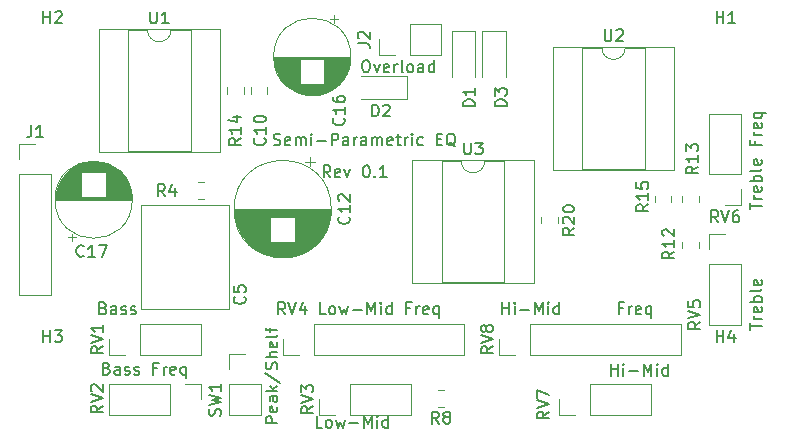
<source format=gbr>
G04 #@! TF.GenerationSoftware,KiCad,Pcbnew,(5.1.5)-3*
G04 #@! TF.CreationDate,2020-02-22T22:04:57-05:00*
G04 #@! TF.ProjectId,Semiparametric-EQ,53656d69-7061-4726-916d-65747269632d,rev?*
G04 #@! TF.SameCoordinates,Original*
G04 #@! TF.FileFunction,Legend,Top*
G04 #@! TF.FilePolarity,Positive*
%FSLAX46Y46*%
G04 Gerber Fmt 4.6, Leading zero omitted, Abs format (unit mm)*
G04 Created by KiCad (PCBNEW (5.1.5)-3) date 2020-02-22 22:04:57*
%MOMM*%
%LPD*%
G04 APERTURE LIST*
%ADD10C,0.150000*%
%ADD11C,0.120000*%
G04 APERTURE END LIST*
D10*
X27528571Y21347619D02*
X27195238Y21823809D01*
X26957142Y21347619D02*
X26957142Y22347619D01*
X27338095Y22347619D01*
X27433333Y22300000D01*
X27480952Y22252380D01*
X27528571Y22157142D01*
X27528571Y22014285D01*
X27480952Y21919047D01*
X27433333Y21871428D01*
X27338095Y21823809D01*
X26957142Y21823809D01*
X28338095Y21395238D02*
X28242857Y21347619D01*
X28052380Y21347619D01*
X27957142Y21395238D01*
X27909523Y21490476D01*
X27909523Y21871428D01*
X27957142Y21966666D01*
X28052380Y22014285D01*
X28242857Y22014285D01*
X28338095Y21966666D01*
X28385714Y21871428D01*
X28385714Y21776190D01*
X27909523Y21680952D01*
X28719047Y22014285D02*
X28957142Y21347619D01*
X29195238Y22014285D01*
X30528571Y22347619D02*
X30623809Y22347619D01*
X30719047Y22300000D01*
X30766666Y22252380D01*
X30814285Y22157142D01*
X30861904Y21966666D01*
X30861904Y21728571D01*
X30814285Y21538095D01*
X30766666Y21442857D01*
X30719047Y21395238D01*
X30623809Y21347619D01*
X30528571Y21347619D01*
X30433333Y21395238D01*
X30385714Y21442857D01*
X30338095Y21538095D01*
X30290476Y21728571D01*
X30290476Y21966666D01*
X30338095Y22157142D01*
X30385714Y22252380D01*
X30433333Y22300000D01*
X30528571Y22347619D01*
X31290476Y21442857D02*
X31338095Y21395238D01*
X31290476Y21347619D01*
X31242857Y21395238D01*
X31290476Y21442857D01*
X31290476Y21347619D01*
X32290476Y21347619D02*
X31719047Y21347619D01*
X32004761Y21347619D02*
X32004761Y22347619D01*
X31909523Y22204761D01*
X31814285Y22109523D01*
X31719047Y22061904D01*
X22733333Y24095238D02*
X22876190Y24047619D01*
X23114285Y24047619D01*
X23209523Y24095238D01*
X23257142Y24142857D01*
X23304761Y24238095D01*
X23304761Y24333333D01*
X23257142Y24428571D01*
X23209523Y24476190D01*
X23114285Y24523809D01*
X22923809Y24571428D01*
X22828571Y24619047D01*
X22780952Y24666666D01*
X22733333Y24761904D01*
X22733333Y24857142D01*
X22780952Y24952380D01*
X22828571Y25000000D01*
X22923809Y25047619D01*
X23161904Y25047619D01*
X23304761Y25000000D01*
X24114285Y24095238D02*
X24019047Y24047619D01*
X23828571Y24047619D01*
X23733333Y24095238D01*
X23685714Y24190476D01*
X23685714Y24571428D01*
X23733333Y24666666D01*
X23828571Y24714285D01*
X24019047Y24714285D01*
X24114285Y24666666D01*
X24161904Y24571428D01*
X24161904Y24476190D01*
X23685714Y24380952D01*
X24590476Y24047619D02*
X24590476Y24714285D01*
X24590476Y24619047D02*
X24638095Y24666666D01*
X24733333Y24714285D01*
X24876190Y24714285D01*
X24971428Y24666666D01*
X25019047Y24571428D01*
X25019047Y24047619D01*
X25019047Y24571428D02*
X25066666Y24666666D01*
X25161904Y24714285D01*
X25304761Y24714285D01*
X25400000Y24666666D01*
X25447619Y24571428D01*
X25447619Y24047619D01*
X25923809Y24047619D02*
X25923809Y24714285D01*
X25923809Y25047619D02*
X25876190Y25000000D01*
X25923809Y24952380D01*
X25971428Y25000000D01*
X25923809Y25047619D01*
X25923809Y24952380D01*
X26400000Y24428571D02*
X27161904Y24428571D01*
X27638095Y24047619D02*
X27638095Y25047619D01*
X28019047Y25047619D01*
X28114285Y25000000D01*
X28161904Y24952380D01*
X28209523Y24857142D01*
X28209523Y24714285D01*
X28161904Y24619047D01*
X28114285Y24571428D01*
X28019047Y24523809D01*
X27638095Y24523809D01*
X29066666Y24047619D02*
X29066666Y24571428D01*
X29019047Y24666666D01*
X28923809Y24714285D01*
X28733333Y24714285D01*
X28638095Y24666666D01*
X29066666Y24095238D02*
X28971428Y24047619D01*
X28733333Y24047619D01*
X28638095Y24095238D01*
X28590476Y24190476D01*
X28590476Y24285714D01*
X28638095Y24380952D01*
X28733333Y24428571D01*
X28971428Y24428571D01*
X29066666Y24476190D01*
X29542857Y24047619D02*
X29542857Y24714285D01*
X29542857Y24523809D02*
X29590476Y24619047D01*
X29638095Y24666666D01*
X29733333Y24714285D01*
X29828571Y24714285D01*
X30590476Y24047619D02*
X30590476Y24571428D01*
X30542857Y24666666D01*
X30447619Y24714285D01*
X30257142Y24714285D01*
X30161904Y24666666D01*
X30590476Y24095238D02*
X30495238Y24047619D01*
X30257142Y24047619D01*
X30161904Y24095238D01*
X30114285Y24190476D01*
X30114285Y24285714D01*
X30161904Y24380952D01*
X30257142Y24428571D01*
X30495238Y24428571D01*
X30590476Y24476190D01*
X31066666Y24047619D02*
X31066666Y24714285D01*
X31066666Y24619047D02*
X31114285Y24666666D01*
X31209523Y24714285D01*
X31352380Y24714285D01*
X31447619Y24666666D01*
X31495238Y24571428D01*
X31495238Y24047619D01*
X31495238Y24571428D02*
X31542857Y24666666D01*
X31638095Y24714285D01*
X31780952Y24714285D01*
X31876190Y24666666D01*
X31923809Y24571428D01*
X31923809Y24047619D01*
X32780952Y24095238D02*
X32685714Y24047619D01*
X32495238Y24047619D01*
X32400000Y24095238D01*
X32352380Y24190476D01*
X32352380Y24571428D01*
X32400000Y24666666D01*
X32495238Y24714285D01*
X32685714Y24714285D01*
X32780952Y24666666D01*
X32828571Y24571428D01*
X32828571Y24476190D01*
X32352380Y24380952D01*
X33114285Y24714285D02*
X33495238Y24714285D01*
X33257142Y25047619D02*
X33257142Y24190476D01*
X33304761Y24095238D01*
X33400000Y24047619D01*
X33495238Y24047619D01*
X33828571Y24047619D02*
X33828571Y24714285D01*
X33828571Y24523809D02*
X33876190Y24619047D01*
X33923809Y24666666D01*
X34019047Y24714285D01*
X34114285Y24714285D01*
X34447619Y24047619D02*
X34447619Y24714285D01*
X34447619Y25047619D02*
X34400000Y25000000D01*
X34447619Y24952380D01*
X34495238Y25000000D01*
X34447619Y25047619D01*
X34447619Y24952380D01*
X35352380Y24095238D02*
X35257142Y24047619D01*
X35066666Y24047619D01*
X34971428Y24095238D01*
X34923809Y24142857D01*
X34876190Y24238095D01*
X34876190Y24523809D01*
X34923809Y24619047D01*
X34971428Y24666666D01*
X35066666Y24714285D01*
X35257142Y24714285D01*
X35352380Y24666666D01*
X36542857Y24571428D02*
X36876190Y24571428D01*
X37019047Y24047619D02*
X36542857Y24047619D01*
X36542857Y25047619D01*
X37019047Y25047619D01*
X38114285Y23952380D02*
X38019047Y24000000D01*
X37923809Y24095238D01*
X37780952Y24238095D01*
X37685714Y24285714D01*
X37590476Y24285714D01*
X37638095Y24047619D02*
X37542857Y24095238D01*
X37447619Y24190476D01*
X37400000Y24380952D01*
X37400000Y24714285D01*
X37447619Y24904761D01*
X37542857Y25000000D01*
X37638095Y25047619D01*
X37828571Y25047619D01*
X37923809Y25000000D01*
X38019047Y24904761D01*
X38066666Y24714285D01*
X38066666Y24380952D01*
X38019047Y24190476D01*
X37923809Y24095238D01*
X37828571Y24047619D01*
X37638095Y24047619D01*
X30466666Y31247619D02*
X30657142Y31247619D01*
X30752380Y31200000D01*
X30847619Y31104761D01*
X30895238Y30914285D01*
X30895238Y30580952D01*
X30847619Y30390476D01*
X30752380Y30295238D01*
X30657142Y30247619D01*
X30466666Y30247619D01*
X30371428Y30295238D01*
X30276190Y30390476D01*
X30228571Y30580952D01*
X30228571Y30914285D01*
X30276190Y31104761D01*
X30371428Y31200000D01*
X30466666Y31247619D01*
X31228571Y30914285D02*
X31466666Y30247619D01*
X31704761Y30914285D01*
X32466666Y30295238D02*
X32371428Y30247619D01*
X32180952Y30247619D01*
X32085714Y30295238D01*
X32038095Y30390476D01*
X32038095Y30771428D01*
X32085714Y30866666D01*
X32180952Y30914285D01*
X32371428Y30914285D01*
X32466666Y30866666D01*
X32514285Y30771428D01*
X32514285Y30676190D01*
X32038095Y30580952D01*
X32942857Y30247619D02*
X32942857Y30914285D01*
X32942857Y30723809D02*
X32990476Y30819047D01*
X33038095Y30866666D01*
X33133333Y30914285D01*
X33228571Y30914285D01*
X33704761Y30247619D02*
X33609523Y30295238D01*
X33561904Y30390476D01*
X33561904Y31247619D01*
X34228571Y30247619D02*
X34133333Y30295238D01*
X34085714Y30342857D01*
X34038095Y30438095D01*
X34038095Y30723809D01*
X34085714Y30819047D01*
X34133333Y30866666D01*
X34228571Y30914285D01*
X34371428Y30914285D01*
X34466666Y30866666D01*
X34514285Y30819047D01*
X34561904Y30723809D01*
X34561904Y30438095D01*
X34514285Y30342857D01*
X34466666Y30295238D01*
X34371428Y30247619D01*
X34228571Y30247619D01*
X35419047Y30247619D02*
X35419047Y30771428D01*
X35371428Y30866666D01*
X35276190Y30914285D01*
X35085714Y30914285D01*
X34990476Y30866666D01*
X35419047Y30295238D02*
X35323809Y30247619D01*
X35085714Y30247619D01*
X34990476Y30295238D01*
X34942857Y30390476D01*
X34942857Y30485714D01*
X34990476Y30580952D01*
X35085714Y30628571D01*
X35323809Y30628571D01*
X35419047Y30676190D01*
X36323809Y30247619D02*
X36323809Y31247619D01*
X36323809Y30295238D02*
X36228571Y30247619D01*
X36038095Y30247619D01*
X35942857Y30295238D01*
X35895238Y30342857D01*
X35847619Y30438095D01*
X35847619Y30723809D01*
X35895238Y30819047D01*
X35942857Y30866666D01*
X36038095Y30914285D01*
X36228571Y30914285D01*
X36323809Y30866666D01*
X63052380Y18633333D02*
X63052380Y19204761D01*
X64052380Y18919047D02*
X63052380Y18919047D01*
X64052380Y19538095D02*
X63385714Y19538095D01*
X63576190Y19538095D02*
X63480952Y19585714D01*
X63433333Y19633333D01*
X63385714Y19728571D01*
X63385714Y19823809D01*
X64004761Y20538095D02*
X64052380Y20442857D01*
X64052380Y20252380D01*
X64004761Y20157142D01*
X63909523Y20109523D01*
X63528571Y20109523D01*
X63433333Y20157142D01*
X63385714Y20252380D01*
X63385714Y20442857D01*
X63433333Y20538095D01*
X63528571Y20585714D01*
X63623809Y20585714D01*
X63719047Y20109523D01*
X64052380Y21014285D02*
X63052380Y21014285D01*
X63433333Y21014285D02*
X63385714Y21109523D01*
X63385714Y21300000D01*
X63433333Y21395238D01*
X63480952Y21442857D01*
X63576190Y21490476D01*
X63861904Y21490476D01*
X63957142Y21442857D01*
X64004761Y21395238D01*
X64052380Y21300000D01*
X64052380Y21109523D01*
X64004761Y21014285D01*
X64052380Y22061904D02*
X64004761Y21966666D01*
X63909523Y21919047D01*
X63052380Y21919047D01*
X64004761Y22823809D02*
X64052380Y22728571D01*
X64052380Y22538095D01*
X64004761Y22442857D01*
X63909523Y22395238D01*
X63528571Y22395238D01*
X63433333Y22442857D01*
X63385714Y22538095D01*
X63385714Y22728571D01*
X63433333Y22823809D01*
X63528571Y22871428D01*
X63623809Y22871428D01*
X63719047Y22395238D01*
X63528571Y24395238D02*
X63528571Y24061904D01*
X64052380Y24061904D02*
X63052380Y24061904D01*
X63052380Y24538095D01*
X64052380Y24919047D02*
X63385714Y24919047D01*
X63576190Y24919047D02*
X63480952Y24966666D01*
X63433333Y25014285D01*
X63385714Y25109523D01*
X63385714Y25204761D01*
X64004761Y25919047D02*
X64052380Y25823809D01*
X64052380Y25633333D01*
X64004761Y25538095D01*
X63909523Y25490476D01*
X63528571Y25490476D01*
X63433333Y25538095D01*
X63385714Y25633333D01*
X63385714Y25823809D01*
X63433333Y25919047D01*
X63528571Y25966666D01*
X63623809Y25966666D01*
X63719047Y25490476D01*
X63385714Y26823809D02*
X64385714Y26823809D01*
X64004761Y26823809D02*
X64052380Y26728571D01*
X64052380Y26538095D01*
X64004761Y26442857D01*
X63957142Y26395238D01*
X63861904Y26347619D01*
X63576190Y26347619D01*
X63480952Y26395238D01*
X63433333Y26442857D01*
X63385714Y26538095D01*
X63385714Y26728571D01*
X63433333Y26823809D01*
X63052380Y8433333D02*
X63052380Y9004761D01*
X64052380Y8719047D02*
X63052380Y8719047D01*
X64052380Y9338095D02*
X63385714Y9338095D01*
X63576190Y9338095D02*
X63480952Y9385714D01*
X63433333Y9433333D01*
X63385714Y9528571D01*
X63385714Y9623809D01*
X64004761Y10338095D02*
X64052380Y10242857D01*
X64052380Y10052380D01*
X64004761Y9957142D01*
X63909523Y9909523D01*
X63528571Y9909523D01*
X63433333Y9957142D01*
X63385714Y10052380D01*
X63385714Y10242857D01*
X63433333Y10338095D01*
X63528571Y10385714D01*
X63623809Y10385714D01*
X63719047Y9909523D01*
X64052380Y10814285D02*
X63052380Y10814285D01*
X63433333Y10814285D02*
X63385714Y10909523D01*
X63385714Y11100000D01*
X63433333Y11195238D01*
X63480952Y11242857D01*
X63576190Y11290476D01*
X63861904Y11290476D01*
X63957142Y11242857D01*
X64004761Y11195238D01*
X64052380Y11100000D01*
X64052380Y10909523D01*
X64004761Y10814285D01*
X64052380Y11861904D02*
X64004761Y11766666D01*
X63909523Y11719047D01*
X63052380Y11719047D01*
X64004761Y12623809D02*
X64052380Y12528571D01*
X64052380Y12338095D01*
X64004761Y12242857D01*
X63909523Y12195238D01*
X63528571Y12195238D01*
X63433333Y12242857D01*
X63385714Y12338095D01*
X63385714Y12528571D01*
X63433333Y12623809D01*
X63528571Y12671428D01*
X63623809Y12671428D01*
X63719047Y12195238D01*
X51295238Y4547619D02*
X51295238Y5547619D01*
X51295238Y5071428D02*
X51866666Y5071428D01*
X51866666Y4547619D02*
X51866666Y5547619D01*
X52342857Y4547619D02*
X52342857Y5214285D01*
X52342857Y5547619D02*
X52295238Y5500000D01*
X52342857Y5452380D01*
X52390476Y5500000D01*
X52342857Y5547619D01*
X52342857Y5452380D01*
X52819047Y4928571D02*
X53580952Y4928571D01*
X54057142Y4547619D02*
X54057142Y5547619D01*
X54390476Y4833333D01*
X54723809Y5547619D01*
X54723809Y4547619D01*
X55200000Y4547619D02*
X55200000Y5214285D01*
X55200000Y5547619D02*
X55152380Y5500000D01*
X55200000Y5452380D01*
X55247619Y5500000D01*
X55200000Y5547619D01*
X55200000Y5452380D01*
X56104761Y4547619D02*
X56104761Y5547619D01*
X56104761Y4595238D02*
X56009523Y4547619D01*
X55819047Y4547619D01*
X55723809Y4595238D01*
X55676190Y4642857D01*
X55628571Y4738095D01*
X55628571Y5023809D01*
X55676190Y5119047D01*
X55723809Y5166666D01*
X55819047Y5214285D01*
X56009523Y5214285D01*
X56104761Y5166666D01*
X42090476Y9747619D02*
X42090476Y10747619D01*
X42090476Y10271428D02*
X42661904Y10271428D01*
X42661904Y9747619D02*
X42661904Y10747619D01*
X43138095Y9747619D02*
X43138095Y10414285D01*
X43138095Y10747619D02*
X43090476Y10700000D01*
X43138095Y10652380D01*
X43185714Y10700000D01*
X43138095Y10747619D01*
X43138095Y10652380D01*
X43614285Y10128571D02*
X44376190Y10128571D01*
X44852380Y9747619D02*
X44852380Y10747619D01*
X45185714Y10033333D01*
X45519047Y10747619D01*
X45519047Y9747619D01*
X45995238Y9747619D02*
X45995238Y10414285D01*
X45995238Y10747619D02*
X45947619Y10700000D01*
X45995238Y10652380D01*
X46042857Y10700000D01*
X45995238Y10747619D01*
X45995238Y10652380D01*
X46900000Y9747619D02*
X46900000Y10747619D01*
X46900000Y9795238D02*
X46804761Y9747619D01*
X46614285Y9747619D01*
X46519047Y9795238D01*
X46471428Y9842857D01*
X46423809Y9938095D01*
X46423809Y10223809D01*
X46471428Y10319047D01*
X46519047Y10366666D01*
X46614285Y10414285D01*
X46804761Y10414285D01*
X46900000Y10366666D01*
X52280952Y10271428D02*
X51947619Y10271428D01*
X51947619Y9747619D02*
X51947619Y10747619D01*
X52423809Y10747619D01*
X52804761Y9747619D02*
X52804761Y10414285D01*
X52804761Y10223809D02*
X52852380Y10319047D01*
X52900000Y10366666D01*
X52995238Y10414285D01*
X53090476Y10414285D01*
X53804761Y9795238D02*
X53709523Y9747619D01*
X53519047Y9747619D01*
X53423809Y9795238D01*
X53376190Y9890476D01*
X53376190Y10271428D01*
X53423809Y10366666D01*
X53519047Y10414285D01*
X53709523Y10414285D01*
X53804761Y10366666D01*
X53852380Y10271428D01*
X53852380Y10176190D01*
X53376190Y10080952D01*
X54709523Y10414285D02*
X54709523Y9414285D01*
X54709523Y9795238D02*
X54614285Y9747619D01*
X54423809Y9747619D01*
X54328571Y9795238D01*
X54280952Y9842857D01*
X54233333Y9938095D01*
X54233333Y10223809D01*
X54280952Y10319047D01*
X54328571Y10366666D01*
X54423809Y10414285D01*
X54614285Y10414285D01*
X54709523Y10366666D01*
X26852380Y147619D02*
X26376190Y147619D01*
X26376190Y1147619D01*
X27328571Y147619D02*
X27233333Y195238D01*
X27185714Y242857D01*
X27138095Y338095D01*
X27138095Y623809D01*
X27185714Y719047D01*
X27233333Y766666D01*
X27328571Y814285D01*
X27471428Y814285D01*
X27566666Y766666D01*
X27614285Y719047D01*
X27661904Y623809D01*
X27661904Y338095D01*
X27614285Y242857D01*
X27566666Y195238D01*
X27471428Y147619D01*
X27328571Y147619D01*
X27995238Y814285D02*
X28185714Y147619D01*
X28376190Y623809D01*
X28566666Y147619D01*
X28757142Y814285D01*
X29138095Y528571D02*
X29900000Y528571D01*
X30376190Y147619D02*
X30376190Y1147619D01*
X30709523Y433333D01*
X31042857Y1147619D01*
X31042857Y147619D01*
X31519047Y147619D02*
X31519047Y814285D01*
X31519047Y1147619D02*
X31471428Y1100000D01*
X31519047Y1052380D01*
X31566666Y1100000D01*
X31519047Y1147619D01*
X31519047Y1052380D01*
X32423809Y147619D02*
X32423809Y1147619D01*
X32423809Y195238D02*
X32328571Y147619D01*
X32138095Y147619D01*
X32042857Y195238D01*
X31995238Y242857D01*
X31947619Y338095D01*
X31947619Y623809D01*
X31995238Y719047D01*
X32042857Y766666D01*
X32138095Y814285D01*
X32328571Y814285D01*
X32423809Y766666D01*
X27152380Y9747619D02*
X26676190Y9747619D01*
X26676190Y10747619D01*
X27628571Y9747619D02*
X27533333Y9795238D01*
X27485714Y9842857D01*
X27438095Y9938095D01*
X27438095Y10223809D01*
X27485714Y10319047D01*
X27533333Y10366666D01*
X27628571Y10414285D01*
X27771428Y10414285D01*
X27866666Y10366666D01*
X27914285Y10319047D01*
X27961904Y10223809D01*
X27961904Y9938095D01*
X27914285Y9842857D01*
X27866666Y9795238D01*
X27771428Y9747619D01*
X27628571Y9747619D01*
X28295238Y10414285D02*
X28485714Y9747619D01*
X28676190Y10223809D01*
X28866666Y9747619D01*
X29057142Y10414285D01*
X29438095Y10128571D02*
X30200000Y10128571D01*
X30676190Y9747619D02*
X30676190Y10747619D01*
X31009523Y10033333D01*
X31342857Y10747619D01*
X31342857Y9747619D01*
X31819047Y9747619D02*
X31819047Y10414285D01*
X31819047Y10747619D02*
X31771428Y10700000D01*
X31819047Y10652380D01*
X31866666Y10700000D01*
X31819047Y10747619D01*
X31819047Y10652380D01*
X32723809Y9747619D02*
X32723809Y10747619D01*
X32723809Y9795238D02*
X32628571Y9747619D01*
X32438095Y9747619D01*
X32342857Y9795238D01*
X32295238Y9842857D01*
X32247619Y9938095D01*
X32247619Y10223809D01*
X32295238Y10319047D01*
X32342857Y10366666D01*
X32438095Y10414285D01*
X32628571Y10414285D01*
X32723809Y10366666D01*
X34295238Y10271428D02*
X33961904Y10271428D01*
X33961904Y9747619D02*
X33961904Y10747619D01*
X34438095Y10747619D01*
X34819047Y9747619D02*
X34819047Y10414285D01*
X34819047Y10223809D02*
X34866666Y10319047D01*
X34914285Y10366666D01*
X35009523Y10414285D01*
X35104761Y10414285D01*
X35819047Y9795238D02*
X35723809Y9747619D01*
X35533333Y9747619D01*
X35438095Y9795238D01*
X35390476Y9890476D01*
X35390476Y10271428D01*
X35438095Y10366666D01*
X35533333Y10414285D01*
X35723809Y10414285D01*
X35819047Y10366666D01*
X35866666Y10271428D01*
X35866666Y10176190D01*
X35390476Y10080952D01*
X36723809Y10414285D02*
X36723809Y9414285D01*
X36723809Y9795238D02*
X36628571Y9747619D01*
X36438095Y9747619D01*
X36342857Y9795238D01*
X36295238Y9842857D01*
X36247619Y9938095D01*
X36247619Y10223809D01*
X36295238Y10319047D01*
X36342857Y10366666D01*
X36438095Y10414285D01*
X36628571Y10414285D01*
X36723809Y10366666D01*
X23052380Y523809D02*
X22052380Y523809D01*
X22052380Y904761D01*
X22100000Y999999D01*
X22147619Y1047619D01*
X22242857Y1095238D01*
X22385714Y1095238D01*
X22480952Y1047619D01*
X22528571Y999999D01*
X22576190Y904761D01*
X22576190Y523809D01*
X23004761Y1904761D02*
X23052380Y1809523D01*
X23052380Y1619047D01*
X23004761Y1523809D01*
X22909523Y1476190D01*
X22528571Y1476190D01*
X22433333Y1523809D01*
X22385714Y1619047D01*
X22385714Y1809523D01*
X22433333Y1904761D01*
X22528571Y1952380D01*
X22623809Y1952380D01*
X22719047Y1476190D01*
X23052380Y2809523D02*
X22528571Y2809523D01*
X22433333Y2761904D01*
X22385714Y2666666D01*
X22385714Y2476190D01*
X22433333Y2380952D01*
X23004761Y2809523D02*
X23052380Y2714285D01*
X23052380Y2476190D01*
X23004761Y2380952D01*
X22909523Y2333333D01*
X22814285Y2333333D01*
X22719047Y2380952D01*
X22671428Y2476190D01*
X22671428Y2714285D01*
X22623809Y2809523D01*
X23052380Y3285714D02*
X22052380Y3285714D01*
X22671428Y3380952D02*
X23052380Y3666666D01*
X22385714Y3666666D02*
X22766666Y3285714D01*
X22004761Y4809523D02*
X23290476Y3952380D01*
X23004761Y5095238D02*
X23052380Y5238095D01*
X23052380Y5476190D01*
X23004761Y5571428D01*
X22957142Y5619047D01*
X22861904Y5666666D01*
X22766666Y5666666D01*
X22671428Y5619047D01*
X22623809Y5571428D01*
X22576190Y5476190D01*
X22528571Y5285714D01*
X22480952Y5190476D01*
X22433333Y5142857D01*
X22338095Y5095238D01*
X22242857Y5095238D01*
X22147619Y5142857D01*
X22100000Y5190476D01*
X22052380Y5285714D01*
X22052380Y5523809D01*
X22100000Y5666666D01*
X23052380Y6095238D02*
X22052380Y6095238D01*
X23052380Y6523809D02*
X22528571Y6523809D01*
X22433333Y6476190D01*
X22385714Y6380952D01*
X22385714Y6238095D01*
X22433333Y6142857D01*
X22480952Y6095238D01*
X23004761Y7380952D02*
X23052380Y7285714D01*
X23052380Y7095238D01*
X23004761Y6999999D01*
X22909523Y6952380D01*
X22528571Y6952380D01*
X22433333Y6999999D01*
X22385714Y7095238D01*
X22385714Y7285714D01*
X22433333Y7380952D01*
X22528571Y7428571D01*
X22623809Y7428571D01*
X22719047Y6952380D01*
X23052380Y7999999D02*
X23004761Y7904761D01*
X22909523Y7857142D01*
X22052380Y7857142D01*
X22385714Y8238095D02*
X22385714Y8619047D01*
X23052380Y8380952D02*
X22195238Y8380952D01*
X22100000Y8428571D01*
X22052380Y8523809D01*
X22052380Y8619047D01*
X8609523Y5171428D02*
X8752380Y5123809D01*
X8800000Y5076190D01*
X8847619Y4980952D01*
X8847619Y4838095D01*
X8800000Y4742857D01*
X8752380Y4695238D01*
X8657142Y4647619D01*
X8276190Y4647619D01*
X8276190Y5647619D01*
X8609523Y5647619D01*
X8704761Y5600000D01*
X8752380Y5552380D01*
X8800000Y5457142D01*
X8800000Y5361904D01*
X8752380Y5266666D01*
X8704761Y5219047D01*
X8609523Y5171428D01*
X8276190Y5171428D01*
X9704761Y4647619D02*
X9704761Y5171428D01*
X9657142Y5266666D01*
X9561904Y5314285D01*
X9371428Y5314285D01*
X9276190Y5266666D01*
X9704761Y4695238D02*
X9609523Y4647619D01*
X9371428Y4647619D01*
X9276190Y4695238D01*
X9228571Y4790476D01*
X9228571Y4885714D01*
X9276190Y4980952D01*
X9371428Y5028571D01*
X9609523Y5028571D01*
X9704761Y5076190D01*
X10133333Y4695238D02*
X10228571Y4647619D01*
X10419047Y4647619D01*
X10514285Y4695238D01*
X10561904Y4790476D01*
X10561904Y4838095D01*
X10514285Y4933333D01*
X10419047Y4980952D01*
X10276190Y4980952D01*
X10180952Y5028571D01*
X10133333Y5123809D01*
X10133333Y5171428D01*
X10180952Y5266666D01*
X10276190Y5314285D01*
X10419047Y5314285D01*
X10514285Y5266666D01*
X10942857Y4695238D02*
X11038095Y4647619D01*
X11228571Y4647619D01*
X11323809Y4695238D01*
X11371428Y4790476D01*
X11371428Y4838095D01*
X11323809Y4933333D01*
X11228571Y4980952D01*
X11085714Y4980952D01*
X10990476Y5028571D01*
X10942857Y5123809D01*
X10942857Y5171428D01*
X10990476Y5266666D01*
X11085714Y5314285D01*
X11228571Y5314285D01*
X11323809Y5266666D01*
X12895238Y5171428D02*
X12561904Y5171428D01*
X12561904Y4647619D02*
X12561904Y5647619D01*
X13038095Y5647619D01*
X13419047Y4647619D02*
X13419047Y5314285D01*
X13419047Y5123809D02*
X13466666Y5219047D01*
X13514285Y5266666D01*
X13609523Y5314285D01*
X13704761Y5314285D01*
X14419047Y4695238D02*
X14323809Y4647619D01*
X14133333Y4647619D01*
X14038095Y4695238D01*
X13990476Y4790476D01*
X13990476Y5171428D01*
X14038095Y5266666D01*
X14133333Y5314285D01*
X14323809Y5314285D01*
X14419047Y5266666D01*
X14466666Y5171428D01*
X14466666Y5076190D01*
X13990476Y4980952D01*
X15323809Y5314285D02*
X15323809Y4314285D01*
X15323809Y4695238D02*
X15228571Y4647619D01*
X15038095Y4647619D01*
X14942857Y4695238D01*
X14895238Y4742857D01*
X14847619Y4838095D01*
X14847619Y5123809D01*
X14895238Y5219047D01*
X14942857Y5266666D01*
X15038095Y5314285D01*
X15228571Y5314285D01*
X15323809Y5266666D01*
X8309523Y10271428D02*
X8452380Y10223809D01*
X8500000Y10176190D01*
X8547619Y10080952D01*
X8547619Y9938095D01*
X8500000Y9842857D01*
X8452380Y9795238D01*
X8357142Y9747619D01*
X7976190Y9747619D01*
X7976190Y10747619D01*
X8309523Y10747619D01*
X8404761Y10700000D01*
X8452380Y10652380D01*
X8500000Y10557142D01*
X8500000Y10461904D01*
X8452380Y10366666D01*
X8404761Y10319047D01*
X8309523Y10271428D01*
X7976190Y10271428D01*
X9404761Y9747619D02*
X9404761Y10271428D01*
X9357142Y10366666D01*
X9261904Y10414285D01*
X9071428Y10414285D01*
X8976190Y10366666D01*
X9404761Y9795238D02*
X9309523Y9747619D01*
X9071428Y9747619D01*
X8976190Y9795238D01*
X8928571Y9890476D01*
X8928571Y9985714D01*
X8976190Y10080952D01*
X9071428Y10128571D01*
X9309523Y10128571D01*
X9404761Y10176190D01*
X9833333Y9795238D02*
X9928571Y9747619D01*
X10119047Y9747619D01*
X10214285Y9795238D01*
X10261904Y9890476D01*
X10261904Y9938095D01*
X10214285Y10033333D01*
X10119047Y10080952D01*
X9976190Y10080952D01*
X9880952Y10128571D01*
X9833333Y10223809D01*
X9833333Y10271428D01*
X9880952Y10366666D01*
X9976190Y10414285D01*
X10119047Y10414285D01*
X10214285Y10366666D01*
X10642857Y9795238D02*
X10738095Y9747619D01*
X10928571Y9747619D01*
X11023809Y9795238D01*
X11071428Y9890476D01*
X11071428Y9938095D01*
X11023809Y10033333D01*
X10928571Y10080952D01*
X10785714Y10080952D01*
X10690476Y10128571D01*
X10642857Y10223809D01*
X10642857Y10271428D01*
X10690476Y10366666D01*
X10785714Y10414285D01*
X10928571Y10414285D01*
X11023809Y10366666D01*
D11*
X18920000Y10230000D02*
X11480000Y10230000D01*
X18920000Y18970000D02*
X11480000Y18970000D01*
X18920000Y10230000D02*
X18920000Y18970000D01*
X11480000Y10230000D02*
X11480000Y18970000D01*
X22210000Y28961252D02*
X22210000Y28438748D01*
X20790000Y28961252D02*
X20790000Y28438748D01*
X27620000Y18650000D02*
G75*
G03X27620000Y18650000I-4120000J0D01*
G01*
X27580000Y18650000D02*
X19420000Y18650000D01*
X27580000Y18610000D02*
X19420000Y18610000D01*
X27580000Y18570000D02*
X19420000Y18570000D01*
X27579000Y18530000D02*
X19421000Y18530000D01*
X27577000Y18490000D02*
X19423000Y18490000D01*
X27576000Y18450000D02*
X19424000Y18450000D01*
X27574000Y18410000D02*
X19426000Y18410000D01*
X27571000Y18370000D02*
X19429000Y18370000D01*
X27568000Y18330000D02*
X19432000Y18330000D01*
X27565000Y18290000D02*
X19435000Y18290000D01*
X27561000Y18250000D02*
X19439000Y18250000D01*
X27557000Y18210000D02*
X19443000Y18210000D01*
X27552000Y18170000D02*
X19448000Y18170000D01*
X27548000Y18130000D02*
X19452000Y18130000D01*
X27542000Y18090000D02*
X19458000Y18090000D01*
X27537000Y18050000D02*
X19463000Y18050000D01*
X27530000Y18010000D02*
X19470000Y18010000D01*
X27524000Y17970000D02*
X19476000Y17970000D01*
X27517000Y17929000D02*
X24540000Y17929000D01*
X22460000Y17929000D02*
X19483000Y17929000D01*
X27510000Y17889000D02*
X24540000Y17889000D01*
X22460000Y17889000D02*
X19490000Y17889000D01*
X27502000Y17849000D02*
X24540000Y17849000D01*
X22460000Y17849000D02*
X19498000Y17849000D01*
X27494000Y17809000D02*
X24540000Y17809000D01*
X22460000Y17809000D02*
X19506000Y17809000D01*
X27485000Y17769000D02*
X24540000Y17769000D01*
X22460000Y17769000D02*
X19515000Y17769000D01*
X27476000Y17729000D02*
X24540000Y17729000D01*
X22460000Y17729000D02*
X19524000Y17729000D01*
X27467000Y17689000D02*
X24540000Y17689000D01*
X22460000Y17689000D02*
X19533000Y17689000D01*
X27457000Y17649000D02*
X24540000Y17649000D01*
X22460000Y17649000D02*
X19543000Y17649000D01*
X27447000Y17609000D02*
X24540000Y17609000D01*
X22460000Y17609000D02*
X19553000Y17609000D01*
X27436000Y17569000D02*
X24540000Y17569000D01*
X22460000Y17569000D02*
X19564000Y17569000D01*
X27425000Y17529000D02*
X24540000Y17529000D01*
X22460000Y17529000D02*
X19575000Y17529000D01*
X27414000Y17489000D02*
X24540000Y17489000D01*
X22460000Y17489000D02*
X19586000Y17489000D01*
X27402000Y17449000D02*
X24540000Y17449000D01*
X22460000Y17449000D02*
X19598000Y17449000D01*
X27389000Y17409000D02*
X24540000Y17409000D01*
X22460000Y17409000D02*
X19611000Y17409000D01*
X27377000Y17369000D02*
X24540000Y17369000D01*
X22460000Y17369000D02*
X19623000Y17369000D01*
X27363000Y17329000D02*
X24540000Y17329000D01*
X22460000Y17329000D02*
X19637000Y17329000D01*
X27350000Y17289000D02*
X24540000Y17289000D01*
X22460000Y17289000D02*
X19650000Y17289000D01*
X27335000Y17249000D02*
X24540000Y17249000D01*
X22460000Y17249000D02*
X19665000Y17249000D01*
X27321000Y17209000D02*
X24540000Y17209000D01*
X22460000Y17209000D02*
X19679000Y17209000D01*
X27305000Y17169000D02*
X24540000Y17169000D01*
X22460000Y17169000D02*
X19695000Y17169000D01*
X27290000Y17129000D02*
X24540000Y17129000D01*
X22460000Y17129000D02*
X19710000Y17129000D01*
X27274000Y17089000D02*
X24540000Y17089000D01*
X22460000Y17089000D02*
X19726000Y17089000D01*
X27257000Y17049000D02*
X24540000Y17049000D01*
X22460000Y17049000D02*
X19743000Y17049000D01*
X27240000Y17009000D02*
X24540000Y17009000D01*
X22460000Y17009000D02*
X19760000Y17009000D01*
X27222000Y16969000D02*
X24540000Y16969000D01*
X22460000Y16969000D02*
X19778000Y16969000D01*
X27204000Y16929000D02*
X24540000Y16929000D01*
X22460000Y16929000D02*
X19796000Y16929000D01*
X27186000Y16889000D02*
X24540000Y16889000D01*
X22460000Y16889000D02*
X19814000Y16889000D01*
X27166000Y16849000D02*
X24540000Y16849000D01*
X22460000Y16849000D02*
X19834000Y16849000D01*
X27147000Y16809000D02*
X24540000Y16809000D01*
X22460000Y16809000D02*
X19853000Y16809000D01*
X27127000Y16769000D02*
X24540000Y16769000D01*
X22460000Y16769000D02*
X19873000Y16769000D01*
X27106000Y16729000D02*
X24540000Y16729000D01*
X22460000Y16729000D02*
X19894000Y16729000D01*
X27084000Y16689000D02*
X24540000Y16689000D01*
X22460000Y16689000D02*
X19916000Y16689000D01*
X27062000Y16649000D02*
X24540000Y16649000D01*
X22460000Y16649000D02*
X19938000Y16649000D01*
X27040000Y16609000D02*
X24540000Y16609000D01*
X22460000Y16609000D02*
X19960000Y16609000D01*
X27017000Y16569000D02*
X24540000Y16569000D01*
X22460000Y16569000D02*
X19983000Y16569000D01*
X26993000Y16529000D02*
X24540000Y16529000D01*
X22460000Y16529000D02*
X20007000Y16529000D01*
X26969000Y16489000D02*
X24540000Y16489000D01*
X22460000Y16489000D02*
X20031000Y16489000D01*
X26944000Y16449000D02*
X24540000Y16449000D01*
X22460000Y16449000D02*
X20056000Y16449000D01*
X26918000Y16409000D02*
X24540000Y16409000D01*
X22460000Y16409000D02*
X20082000Y16409000D01*
X26892000Y16369000D02*
X24540000Y16369000D01*
X22460000Y16369000D02*
X20108000Y16369000D01*
X26865000Y16329000D02*
X24540000Y16329000D01*
X22460000Y16329000D02*
X20135000Y16329000D01*
X26838000Y16289000D02*
X24540000Y16289000D01*
X22460000Y16289000D02*
X20162000Y16289000D01*
X26809000Y16249000D02*
X24540000Y16249000D01*
X22460000Y16249000D02*
X20191000Y16249000D01*
X26780000Y16209000D02*
X24540000Y16209000D01*
X22460000Y16209000D02*
X20220000Y16209000D01*
X26750000Y16169000D02*
X24540000Y16169000D01*
X22460000Y16169000D02*
X20250000Y16169000D01*
X26720000Y16129000D02*
X24540000Y16129000D01*
X22460000Y16129000D02*
X20280000Y16129000D01*
X26689000Y16089000D02*
X24540000Y16089000D01*
X22460000Y16089000D02*
X20311000Y16089000D01*
X26656000Y16049000D02*
X24540000Y16049000D01*
X22460000Y16049000D02*
X20344000Y16049000D01*
X26624000Y16009000D02*
X24540000Y16009000D01*
X22460000Y16009000D02*
X20376000Y16009000D01*
X26590000Y15969000D02*
X24540000Y15969000D01*
X22460000Y15969000D02*
X20410000Y15969000D01*
X26555000Y15929000D02*
X24540000Y15929000D01*
X22460000Y15929000D02*
X20445000Y15929000D01*
X26519000Y15889000D02*
X24540000Y15889000D01*
X22460000Y15889000D02*
X20481000Y15889000D01*
X26483000Y15849000D02*
X20517000Y15849000D01*
X26445000Y15809000D02*
X20555000Y15809000D01*
X26407000Y15769000D02*
X20593000Y15769000D01*
X26367000Y15729000D02*
X20633000Y15729000D01*
X26326000Y15689000D02*
X20674000Y15689000D01*
X26284000Y15649000D02*
X20716000Y15649000D01*
X26241000Y15609000D02*
X20759000Y15609000D01*
X26197000Y15569000D02*
X20803000Y15569000D01*
X26151000Y15529000D02*
X20849000Y15529000D01*
X26104000Y15489000D02*
X20896000Y15489000D01*
X26056000Y15449000D02*
X20944000Y15449000D01*
X26005000Y15409000D02*
X20995000Y15409000D01*
X25954000Y15369000D02*
X21046000Y15369000D01*
X25900000Y15329000D02*
X21100000Y15329000D01*
X25845000Y15289000D02*
X21155000Y15289000D01*
X25787000Y15249000D02*
X21213000Y15249000D01*
X25728000Y15209000D02*
X21272000Y15209000D01*
X25666000Y15169000D02*
X21334000Y15169000D01*
X25602000Y15129000D02*
X21398000Y15129000D01*
X25534000Y15089000D02*
X21466000Y15089000D01*
X25464000Y15049000D02*
X21536000Y15049000D01*
X25390000Y15009000D02*
X21610000Y15009000D01*
X25313000Y14969000D02*
X21687000Y14969000D01*
X25231000Y14929000D02*
X21769000Y14929000D01*
X25145000Y14889000D02*
X21855000Y14889000D01*
X25052000Y14849000D02*
X21948000Y14849000D01*
X24953000Y14809000D02*
X22047000Y14809000D01*
X24846000Y14769000D02*
X22154000Y14769000D01*
X24729000Y14729000D02*
X22271000Y14729000D01*
X24598000Y14689000D02*
X22402000Y14689000D01*
X24448000Y14649000D02*
X22552000Y14649000D01*
X24268000Y14609000D02*
X22732000Y14609000D01*
X24033000Y14569000D02*
X22967000Y14569000D01*
X25815000Y23059698D02*
X25815000Y22259698D01*
X26215000Y22659698D02*
X25415000Y22659698D01*
X20210000Y28961252D02*
X20210000Y28438748D01*
X18790000Y28961252D02*
X18790000Y28438748D01*
X14050000Y33830000D02*
G75*
G02X12050000Y33830000I-1000000J0D01*
G01*
X12050000Y33830000D02*
X10400000Y33830000D01*
X10400000Y33830000D02*
X10400000Y23550000D01*
X10400000Y23550000D02*
X15700000Y23550000D01*
X15700000Y23550000D02*
X15700000Y33830000D01*
X15700000Y33830000D02*
X14050000Y33830000D01*
X7910000Y33890000D02*
X7910000Y23490000D01*
X7910000Y23490000D02*
X18190000Y23490000D01*
X18190000Y23490000D02*
X18190000Y33890000D01*
X18190000Y33890000D02*
X7910000Y33890000D01*
X29270000Y31550000D02*
G75*
G03X29270000Y31550000I-3270000J0D01*
G01*
X29230000Y31550000D02*
X22770000Y31550000D01*
X29230000Y31510000D02*
X22770000Y31510000D01*
X29230000Y31470000D02*
X22770000Y31470000D01*
X29228000Y31430000D02*
X22772000Y31430000D01*
X29227000Y31390000D02*
X22773000Y31390000D01*
X29224000Y31350000D02*
X22776000Y31350000D01*
X29222000Y31310000D02*
X27040000Y31310000D01*
X24960000Y31310000D02*
X22778000Y31310000D01*
X29218000Y31270000D02*
X27040000Y31270000D01*
X24960000Y31270000D02*
X22782000Y31270000D01*
X29215000Y31230000D02*
X27040000Y31230000D01*
X24960000Y31230000D02*
X22785000Y31230000D01*
X29211000Y31190000D02*
X27040000Y31190000D01*
X24960000Y31190000D02*
X22789000Y31190000D01*
X29206000Y31150000D02*
X27040000Y31150000D01*
X24960000Y31150000D02*
X22794000Y31150000D01*
X29201000Y31110000D02*
X27040000Y31110000D01*
X24960000Y31110000D02*
X22799000Y31110000D01*
X29195000Y31070000D02*
X27040000Y31070000D01*
X24960000Y31070000D02*
X22805000Y31070000D01*
X29189000Y31030000D02*
X27040000Y31030000D01*
X24960000Y31030000D02*
X22811000Y31030000D01*
X29182000Y30990000D02*
X27040000Y30990000D01*
X24960000Y30990000D02*
X22818000Y30990000D01*
X29175000Y30950000D02*
X27040000Y30950000D01*
X24960000Y30950000D02*
X22825000Y30950000D01*
X29167000Y30910000D02*
X27040000Y30910000D01*
X24960000Y30910000D02*
X22833000Y30910000D01*
X29159000Y30870000D02*
X27040000Y30870000D01*
X24960000Y30870000D02*
X22841000Y30870000D01*
X29150000Y30829000D02*
X27040000Y30829000D01*
X24960000Y30829000D02*
X22850000Y30829000D01*
X29141000Y30789000D02*
X27040000Y30789000D01*
X24960000Y30789000D02*
X22859000Y30789000D01*
X29131000Y30749000D02*
X27040000Y30749000D01*
X24960000Y30749000D02*
X22869000Y30749000D01*
X29121000Y30709000D02*
X27040000Y30709000D01*
X24960000Y30709000D02*
X22879000Y30709000D01*
X29110000Y30669000D02*
X27040000Y30669000D01*
X24960000Y30669000D02*
X22890000Y30669000D01*
X29098000Y30629000D02*
X27040000Y30629000D01*
X24960000Y30629000D02*
X22902000Y30629000D01*
X29086000Y30589000D02*
X27040000Y30589000D01*
X24960000Y30589000D02*
X22914000Y30589000D01*
X29074000Y30549000D02*
X27040000Y30549000D01*
X24960000Y30549000D02*
X22926000Y30549000D01*
X29061000Y30509000D02*
X27040000Y30509000D01*
X24960000Y30509000D02*
X22939000Y30509000D01*
X29047000Y30469000D02*
X27040000Y30469000D01*
X24960000Y30469000D02*
X22953000Y30469000D01*
X29033000Y30429000D02*
X27040000Y30429000D01*
X24960000Y30429000D02*
X22967000Y30429000D01*
X29018000Y30389000D02*
X27040000Y30389000D01*
X24960000Y30389000D02*
X22982000Y30389000D01*
X29002000Y30349000D02*
X27040000Y30349000D01*
X24960000Y30349000D02*
X22998000Y30349000D01*
X28986000Y30309000D02*
X27040000Y30309000D01*
X24960000Y30309000D02*
X23014000Y30309000D01*
X28970000Y30269000D02*
X27040000Y30269000D01*
X24960000Y30269000D02*
X23030000Y30269000D01*
X28952000Y30229000D02*
X27040000Y30229000D01*
X24960000Y30229000D02*
X23048000Y30229000D01*
X28934000Y30189000D02*
X27040000Y30189000D01*
X24960000Y30189000D02*
X23066000Y30189000D01*
X28916000Y30149000D02*
X27040000Y30149000D01*
X24960000Y30149000D02*
X23084000Y30149000D01*
X28896000Y30109000D02*
X27040000Y30109000D01*
X24960000Y30109000D02*
X23104000Y30109000D01*
X28876000Y30069000D02*
X27040000Y30069000D01*
X24960000Y30069000D02*
X23124000Y30069000D01*
X28856000Y30029000D02*
X27040000Y30029000D01*
X24960000Y30029000D02*
X23144000Y30029000D01*
X28834000Y29989000D02*
X27040000Y29989000D01*
X24960000Y29989000D02*
X23166000Y29989000D01*
X28812000Y29949000D02*
X27040000Y29949000D01*
X24960000Y29949000D02*
X23188000Y29949000D01*
X28790000Y29909000D02*
X27040000Y29909000D01*
X24960000Y29909000D02*
X23210000Y29909000D01*
X28766000Y29869000D02*
X27040000Y29869000D01*
X24960000Y29869000D02*
X23234000Y29869000D01*
X28742000Y29829000D02*
X27040000Y29829000D01*
X24960000Y29829000D02*
X23258000Y29829000D01*
X28716000Y29789000D02*
X27040000Y29789000D01*
X24960000Y29789000D02*
X23284000Y29789000D01*
X28690000Y29749000D02*
X27040000Y29749000D01*
X24960000Y29749000D02*
X23310000Y29749000D01*
X28664000Y29709000D02*
X27040000Y29709000D01*
X24960000Y29709000D02*
X23336000Y29709000D01*
X28636000Y29669000D02*
X27040000Y29669000D01*
X24960000Y29669000D02*
X23364000Y29669000D01*
X28607000Y29629000D02*
X27040000Y29629000D01*
X24960000Y29629000D02*
X23393000Y29629000D01*
X28578000Y29589000D02*
X27040000Y29589000D01*
X24960000Y29589000D02*
X23422000Y29589000D01*
X28548000Y29549000D02*
X27040000Y29549000D01*
X24960000Y29549000D02*
X23452000Y29549000D01*
X28516000Y29509000D02*
X27040000Y29509000D01*
X24960000Y29509000D02*
X23484000Y29509000D01*
X28484000Y29469000D02*
X27040000Y29469000D01*
X24960000Y29469000D02*
X23516000Y29469000D01*
X28450000Y29429000D02*
X27040000Y29429000D01*
X24960000Y29429000D02*
X23550000Y29429000D01*
X28416000Y29389000D02*
X27040000Y29389000D01*
X24960000Y29389000D02*
X23584000Y29389000D01*
X28380000Y29349000D02*
X27040000Y29349000D01*
X24960000Y29349000D02*
X23620000Y29349000D01*
X28343000Y29309000D02*
X27040000Y29309000D01*
X24960000Y29309000D02*
X23657000Y29309000D01*
X28305000Y29269000D02*
X27040000Y29269000D01*
X24960000Y29269000D02*
X23695000Y29269000D01*
X28265000Y29229000D02*
X23735000Y29229000D01*
X28224000Y29189000D02*
X23776000Y29189000D01*
X28182000Y29149000D02*
X23818000Y29149000D01*
X28137000Y29109000D02*
X23863000Y29109000D01*
X28092000Y29069000D02*
X23908000Y29069000D01*
X28044000Y29029000D02*
X23956000Y29029000D01*
X27995000Y28989000D02*
X24005000Y28989000D01*
X27944000Y28949000D02*
X24056000Y28949000D01*
X27890000Y28909000D02*
X24110000Y28909000D01*
X27834000Y28869000D02*
X24166000Y28869000D01*
X27776000Y28829000D02*
X24224000Y28829000D01*
X27714000Y28789000D02*
X24286000Y28789000D01*
X27650000Y28749000D02*
X24350000Y28749000D01*
X27581000Y28709000D02*
X24419000Y28709000D01*
X27509000Y28669000D02*
X24491000Y28669000D01*
X27432000Y28629000D02*
X24568000Y28629000D01*
X27350000Y28589000D02*
X24650000Y28589000D01*
X27262000Y28549000D02*
X24738000Y28549000D01*
X27165000Y28509000D02*
X24835000Y28509000D01*
X27059000Y28469000D02*
X24941000Y28469000D01*
X26940000Y28429000D02*
X25060000Y28429000D01*
X26802000Y28389000D02*
X25198000Y28389000D01*
X26633000Y28349000D02*
X25367000Y28349000D01*
X26402000Y28309000D02*
X25598000Y28309000D01*
X27839000Y35050241D02*
X27839000Y34420241D01*
X28154000Y34735241D02*
X27524000Y34735241D01*
X5346000Y16264759D02*
X5976000Y16264759D01*
X5661000Y15949759D02*
X5661000Y16579759D01*
X7098000Y22691000D02*
X7902000Y22691000D01*
X6867000Y22651000D02*
X8133000Y22651000D01*
X6698000Y22611000D02*
X8302000Y22611000D01*
X6560000Y22571000D02*
X8440000Y22571000D01*
X6441000Y22531000D02*
X8559000Y22531000D01*
X6335000Y22491000D02*
X8665000Y22491000D01*
X6238000Y22451000D02*
X8762000Y22451000D01*
X6150000Y22411000D02*
X8850000Y22411000D01*
X6068000Y22371000D02*
X8932000Y22371000D01*
X5991000Y22331000D02*
X9009000Y22331000D01*
X5919000Y22291000D02*
X9081000Y22291000D01*
X5850000Y22251000D02*
X9150000Y22251000D01*
X5786000Y22211000D02*
X9214000Y22211000D01*
X5724000Y22171000D02*
X9276000Y22171000D01*
X5666000Y22131000D02*
X9334000Y22131000D01*
X5610000Y22091000D02*
X9390000Y22091000D01*
X5556000Y22051000D02*
X9444000Y22051000D01*
X5505000Y22011000D02*
X9495000Y22011000D01*
X5456000Y21971000D02*
X9544000Y21971000D01*
X5408000Y21931000D02*
X9592000Y21931000D01*
X5363000Y21891000D02*
X9637000Y21891000D01*
X5318000Y21851000D02*
X9682000Y21851000D01*
X5276000Y21811000D02*
X9724000Y21811000D01*
X5235000Y21771000D02*
X9765000Y21771000D01*
X8540000Y21731000D02*
X9805000Y21731000D01*
X5195000Y21731000D02*
X6460000Y21731000D01*
X8540000Y21691000D02*
X9843000Y21691000D01*
X5157000Y21691000D02*
X6460000Y21691000D01*
X8540000Y21651000D02*
X9880000Y21651000D01*
X5120000Y21651000D02*
X6460000Y21651000D01*
X8540000Y21611000D02*
X9916000Y21611000D01*
X5084000Y21611000D02*
X6460000Y21611000D01*
X8540000Y21571000D02*
X9950000Y21571000D01*
X5050000Y21571000D02*
X6460000Y21571000D01*
X8540000Y21531000D02*
X9984000Y21531000D01*
X5016000Y21531000D02*
X6460000Y21531000D01*
X8540000Y21491000D02*
X10016000Y21491000D01*
X4984000Y21491000D02*
X6460000Y21491000D01*
X8540000Y21451000D02*
X10048000Y21451000D01*
X4952000Y21451000D02*
X6460000Y21451000D01*
X8540000Y21411000D02*
X10078000Y21411000D01*
X4922000Y21411000D02*
X6460000Y21411000D01*
X8540000Y21371000D02*
X10107000Y21371000D01*
X4893000Y21371000D02*
X6460000Y21371000D01*
X8540000Y21331000D02*
X10136000Y21331000D01*
X4864000Y21331000D02*
X6460000Y21331000D01*
X8540000Y21291000D02*
X10164000Y21291000D01*
X4836000Y21291000D02*
X6460000Y21291000D01*
X8540000Y21251000D02*
X10190000Y21251000D01*
X4810000Y21251000D02*
X6460000Y21251000D01*
X8540000Y21211000D02*
X10216000Y21211000D01*
X4784000Y21211000D02*
X6460000Y21211000D01*
X8540000Y21171000D02*
X10242000Y21171000D01*
X4758000Y21171000D02*
X6460000Y21171000D01*
X8540000Y21131000D02*
X10266000Y21131000D01*
X4734000Y21131000D02*
X6460000Y21131000D01*
X8540000Y21091000D02*
X10290000Y21091000D01*
X4710000Y21091000D02*
X6460000Y21091000D01*
X8540000Y21051000D02*
X10312000Y21051000D01*
X4688000Y21051000D02*
X6460000Y21051000D01*
X8540000Y21011000D02*
X10334000Y21011000D01*
X4666000Y21011000D02*
X6460000Y21011000D01*
X8540000Y20971000D02*
X10356000Y20971000D01*
X4644000Y20971000D02*
X6460000Y20971000D01*
X8540000Y20931000D02*
X10376000Y20931000D01*
X4624000Y20931000D02*
X6460000Y20931000D01*
X8540000Y20891000D02*
X10396000Y20891000D01*
X4604000Y20891000D02*
X6460000Y20891000D01*
X8540000Y20851000D02*
X10416000Y20851000D01*
X4584000Y20851000D02*
X6460000Y20851000D01*
X8540000Y20811000D02*
X10434000Y20811000D01*
X4566000Y20811000D02*
X6460000Y20811000D01*
X8540000Y20771000D02*
X10452000Y20771000D01*
X4548000Y20771000D02*
X6460000Y20771000D01*
X8540000Y20731000D02*
X10470000Y20731000D01*
X4530000Y20731000D02*
X6460000Y20731000D01*
X8540000Y20691000D02*
X10486000Y20691000D01*
X4514000Y20691000D02*
X6460000Y20691000D01*
X8540000Y20651000D02*
X10502000Y20651000D01*
X4498000Y20651000D02*
X6460000Y20651000D01*
X8540000Y20611000D02*
X10518000Y20611000D01*
X4482000Y20611000D02*
X6460000Y20611000D01*
X8540000Y20571000D02*
X10533000Y20571000D01*
X4467000Y20571000D02*
X6460000Y20571000D01*
X8540000Y20531000D02*
X10547000Y20531000D01*
X4453000Y20531000D02*
X6460000Y20531000D01*
X8540000Y20491000D02*
X10561000Y20491000D01*
X4439000Y20491000D02*
X6460000Y20491000D01*
X8540000Y20451000D02*
X10574000Y20451000D01*
X4426000Y20451000D02*
X6460000Y20451000D01*
X8540000Y20411000D02*
X10586000Y20411000D01*
X4414000Y20411000D02*
X6460000Y20411000D01*
X8540000Y20371000D02*
X10598000Y20371000D01*
X4402000Y20371000D02*
X6460000Y20371000D01*
X8540000Y20331000D02*
X10610000Y20331000D01*
X4390000Y20331000D02*
X6460000Y20331000D01*
X8540000Y20291000D02*
X10621000Y20291000D01*
X4379000Y20291000D02*
X6460000Y20291000D01*
X8540000Y20251000D02*
X10631000Y20251000D01*
X4369000Y20251000D02*
X6460000Y20251000D01*
X8540000Y20211000D02*
X10641000Y20211000D01*
X4359000Y20211000D02*
X6460000Y20211000D01*
X8540000Y20171000D02*
X10650000Y20171000D01*
X4350000Y20171000D02*
X6460000Y20171000D01*
X8540000Y20130000D02*
X10659000Y20130000D01*
X4341000Y20130000D02*
X6460000Y20130000D01*
X8540000Y20090000D02*
X10667000Y20090000D01*
X4333000Y20090000D02*
X6460000Y20090000D01*
X8540000Y20050000D02*
X10675000Y20050000D01*
X4325000Y20050000D02*
X6460000Y20050000D01*
X8540000Y20010000D02*
X10682000Y20010000D01*
X4318000Y20010000D02*
X6460000Y20010000D01*
X8540000Y19970000D02*
X10689000Y19970000D01*
X4311000Y19970000D02*
X6460000Y19970000D01*
X8540000Y19930000D02*
X10695000Y19930000D01*
X4305000Y19930000D02*
X6460000Y19930000D01*
X8540000Y19890000D02*
X10701000Y19890000D01*
X4299000Y19890000D02*
X6460000Y19890000D01*
X8540000Y19850000D02*
X10706000Y19850000D01*
X4294000Y19850000D02*
X6460000Y19850000D01*
X8540000Y19810000D02*
X10711000Y19810000D01*
X4289000Y19810000D02*
X6460000Y19810000D01*
X8540000Y19770000D02*
X10715000Y19770000D01*
X4285000Y19770000D02*
X6460000Y19770000D01*
X8540000Y19730000D02*
X10718000Y19730000D01*
X4282000Y19730000D02*
X6460000Y19730000D01*
X8540000Y19690000D02*
X10722000Y19690000D01*
X4278000Y19690000D02*
X6460000Y19690000D01*
X4276000Y19650000D02*
X10724000Y19650000D01*
X4273000Y19610000D02*
X10727000Y19610000D01*
X4272000Y19570000D02*
X10728000Y19570000D01*
X4270000Y19530000D02*
X10730000Y19530000D01*
X4270000Y19490000D02*
X10730000Y19490000D01*
X4270000Y19450000D02*
X10730000Y19450000D01*
X10770000Y19450000D02*
G75*
G03X10770000Y19450000I-3270000J0D01*
G01*
X1210000Y11370000D02*
X3870000Y11370000D01*
X1210000Y21590000D02*
X1210000Y11370000D01*
X3870000Y21590000D02*
X3870000Y11370000D01*
X1210000Y21590000D02*
X3870000Y21590000D01*
X1210000Y22860000D02*
X1210000Y24190000D01*
X1210000Y24190000D02*
X2540000Y24190000D01*
X36890000Y31690000D02*
X36890000Y34350000D01*
X34290000Y31690000D02*
X36890000Y31690000D01*
X34290000Y34350000D02*
X36890000Y34350000D01*
X34290000Y31690000D02*
X34290000Y34350000D01*
X33020000Y31690000D02*
X31690000Y31690000D01*
X31690000Y31690000D02*
X31690000Y33020000D01*
X16861252Y20910000D02*
X16338748Y20910000D01*
X16861252Y19490000D02*
X16338748Y19490000D01*
X37161252Y1890000D02*
X36638748Y1890000D01*
X37161252Y3310000D02*
X36638748Y3310000D01*
X57290000Y15861252D02*
X57290000Y15338748D01*
X58710000Y15861252D02*
X58710000Y15338748D01*
X57290000Y19761252D02*
X57290000Y19238748D01*
X58710000Y19761252D02*
X58710000Y19238748D01*
X56410000Y19761252D02*
X56410000Y19238748D01*
X54990000Y19761252D02*
X54990000Y19238748D01*
X45390000Y17961252D02*
X45390000Y17438748D01*
X46810000Y17961252D02*
X46810000Y17438748D01*
X8830000Y6290000D02*
X8830000Y7620000D01*
X10160000Y6290000D02*
X8830000Y6290000D01*
X11430000Y6290000D02*
X11430000Y8950000D01*
X11430000Y8950000D02*
X16570000Y8950000D01*
X11430000Y6290000D02*
X16570000Y6290000D01*
X16570000Y6290000D02*
X16570000Y8950000D01*
X16570000Y3870000D02*
X16570000Y2540000D01*
X15240000Y3870000D02*
X16570000Y3870000D01*
X13970000Y3870000D02*
X13970000Y1210000D01*
X13970000Y1210000D02*
X8830000Y1210000D01*
X13970000Y3870000D02*
X8830000Y3870000D01*
X8830000Y3870000D02*
X8830000Y1210000D01*
X34350000Y1210000D02*
X34350000Y3870000D01*
X29210000Y1210000D02*
X34350000Y1210000D01*
X29210000Y3870000D02*
X34350000Y3870000D01*
X29210000Y1210000D02*
X29210000Y3870000D01*
X27940000Y1210000D02*
X26610000Y1210000D01*
X26610000Y1210000D02*
X26610000Y2540000D01*
X23510000Y6290000D02*
X23510000Y7620000D01*
X24840000Y6290000D02*
X23510000Y6290000D01*
X26110000Y6290000D02*
X26110000Y8950000D01*
X26110000Y8950000D02*
X38870000Y8950000D01*
X26110000Y6290000D02*
X38870000Y6290000D01*
X38870000Y6290000D02*
X38870000Y8950000D01*
X59630000Y8830000D02*
X62290000Y8830000D01*
X59630000Y13970000D02*
X59630000Y8830000D01*
X62290000Y13970000D02*
X62290000Y8830000D01*
X59630000Y13970000D02*
X62290000Y13970000D01*
X59630000Y15240000D02*
X59630000Y16570000D01*
X59630000Y16570000D02*
X60960000Y16570000D01*
X62290000Y26730000D02*
X59630000Y26730000D01*
X62290000Y21590000D02*
X62290000Y26730000D01*
X59630000Y21590000D02*
X59630000Y26730000D01*
X62290000Y21590000D02*
X59630000Y21590000D01*
X62290000Y20320000D02*
X62290000Y18990000D01*
X62290000Y18990000D02*
X60960000Y18990000D01*
X46930000Y1210000D02*
X46930000Y2540000D01*
X48260000Y1210000D02*
X46930000Y1210000D01*
X49530000Y1210000D02*
X49530000Y3870000D01*
X49530000Y3870000D02*
X54670000Y3870000D01*
X49530000Y1210000D02*
X54670000Y1210000D01*
X54670000Y1210000D02*
X54670000Y3870000D01*
X57210000Y6290000D02*
X57210000Y8950000D01*
X44450000Y6290000D02*
X57210000Y6290000D01*
X44450000Y8950000D02*
X57210000Y8950000D01*
X44450000Y6290000D02*
X44450000Y8950000D01*
X43180000Y6290000D02*
X41850000Y6290000D01*
X41850000Y6290000D02*
X41850000Y7620000D01*
X18990000Y6410000D02*
X20320000Y6410000D01*
X18990000Y5080000D02*
X18990000Y6410000D01*
X18990000Y3810000D02*
X21650000Y3810000D01*
X21650000Y3810000D02*
X21650000Y1210000D01*
X18990000Y3810000D02*
X18990000Y1210000D01*
X18990000Y1210000D02*
X21650000Y1210000D01*
X56650000Y32390000D02*
X46370000Y32390000D01*
X56650000Y21990000D02*
X56650000Y32390000D01*
X46370000Y21990000D02*
X56650000Y21990000D01*
X46370000Y32390000D02*
X46370000Y21990000D01*
X54160000Y32330000D02*
X52510000Y32330000D01*
X54160000Y22050000D02*
X54160000Y32330000D01*
X48860000Y22050000D02*
X54160000Y22050000D01*
X48860000Y32330000D02*
X48860000Y22050000D01*
X50510000Y32330000D02*
X48860000Y32330000D01*
X52510000Y32330000D02*
G75*
G02X50510000Y32330000I-1000000J0D01*
G01*
X40610000Y22730000D02*
G75*
G02X38610000Y22730000I-1000000J0D01*
G01*
X38610000Y22730000D02*
X36960000Y22730000D01*
X36960000Y22730000D02*
X36960000Y12450000D01*
X36960000Y12450000D02*
X42260000Y12450000D01*
X42260000Y12450000D02*
X42260000Y22730000D01*
X42260000Y22730000D02*
X40610000Y22730000D01*
X34470000Y22790000D02*
X34470000Y12390000D01*
X34470000Y12390000D02*
X44750000Y12390000D01*
X44750000Y12390000D02*
X44750000Y22790000D01*
X44750000Y22790000D02*
X34470000Y22790000D01*
X39800000Y33750000D02*
X39800000Y29850000D01*
X37800000Y33750000D02*
X37800000Y29850000D01*
X39800000Y33750000D02*
X37800000Y33750000D01*
X34050000Y27950000D02*
X34050000Y29950000D01*
X34050000Y29950000D02*
X30150000Y29950000D01*
X34050000Y27950000D02*
X30150000Y27950000D01*
X42400000Y33750000D02*
X40400000Y33750000D01*
X40400000Y33750000D02*
X40400000Y29850000D01*
X42400000Y33750000D02*
X42400000Y29850000D01*
D10*
X20257142Y11233333D02*
X20304761Y11185714D01*
X20352380Y11042857D01*
X20352380Y10947619D01*
X20304761Y10804761D01*
X20209523Y10709523D01*
X20114285Y10661904D01*
X19923809Y10614285D01*
X19780952Y10614285D01*
X19590476Y10661904D01*
X19495238Y10709523D01*
X19400000Y10804761D01*
X19352380Y10947619D01*
X19352380Y11042857D01*
X19400000Y11185714D01*
X19447619Y11233333D01*
X19352380Y12138095D02*
X19352380Y11661904D01*
X19828571Y11614285D01*
X19780952Y11661904D01*
X19733333Y11757142D01*
X19733333Y11995238D01*
X19780952Y12090476D01*
X19828571Y12138095D01*
X19923809Y12185714D01*
X20161904Y12185714D01*
X20257142Y12138095D01*
X20304761Y12090476D01*
X20352380Y11995238D01*
X20352380Y11757142D01*
X20304761Y11661904D01*
X20257142Y11614285D01*
X21957142Y24657142D02*
X22004761Y24609523D01*
X22052380Y24466666D01*
X22052380Y24371428D01*
X22004761Y24228571D01*
X21909523Y24133333D01*
X21814285Y24085714D01*
X21623809Y24038095D01*
X21480952Y24038095D01*
X21290476Y24085714D01*
X21195238Y24133333D01*
X21100000Y24228571D01*
X21052380Y24371428D01*
X21052380Y24466666D01*
X21100000Y24609523D01*
X21147619Y24657142D01*
X22052380Y25609523D02*
X22052380Y25038095D01*
X22052380Y25323809D02*
X21052380Y25323809D01*
X21195238Y25228571D01*
X21290476Y25133333D01*
X21338095Y25038095D01*
X21052380Y26228571D02*
X21052380Y26323809D01*
X21100000Y26419047D01*
X21147619Y26466666D01*
X21242857Y26514285D01*
X21433333Y26561904D01*
X21671428Y26561904D01*
X21861904Y26514285D01*
X21957142Y26466666D01*
X22004761Y26419047D01*
X22052380Y26323809D01*
X22052380Y26228571D01*
X22004761Y26133333D01*
X21957142Y26085714D01*
X21861904Y26038095D01*
X21671428Y25990476D01*
X21433333Y25990476D01*
X21242857Y26038095D01*
X21147619Y26085714D01*
X21100000Y26133333D01*
X21052380Y26228571D01*
X29107142Y18007142D02*
X29154761Y17959523D01*
X29202380Y17816666D01*
X29202380Y17721428D01*
X29154761Y17578571D01*
X29059523Y17483333D01*
X28964285Y17435714D01*
X28773809Y17388095D01*
X28630952Y17388095D01*
X28440476Y17435714D01*
X28345238Y17483333D01*
X28250000Y17578571D01*
X28202380Y17721428D01*
X28202380Y17816666D01*
X28250000Y17959523D01*
X28297619Y18007142D01*
X29202380Y18959523D02*
X29202380Y18388095D01*
X29202380Y18673809D02*
X28202380Y18673809D01*
X28345238Y18578571D01*
X28440476Y18483333D01*
X28488095Y18388095D01*
X28297619Y19340476D02*
X28250000Y19388095D01*
X28202380Y19483333D01*
X28202380Y19721428D01*
X28250000Y19816666D01*
X28297619Y19864285D01*
X28392857Y19911904D01*
X28488095Y19911904D01*
X28630952Y19864285D01*
X29202380Y19292857D01*
X29202380Y19911904D01*
X19952380Y24657142D02*
X19476190Y24323809D01*
X19952380Y24085714D02*
X18952380Y24085714D01*
X18952380Y24466666D01*
X19000000Y24561904D01*
X19047619Y24609523D01*
X19142857Y24657142D01*
X19285714Y24657142D01*
X19380952Y24609523D01*
X19428571Y24561904D01*
X19476190Y24466666D01*
X19476190Y24085714D01*
X19952380Y25609523D02*
X19952380Y25038095D01*
X19952380Y25323809D02*
X18952380Y25323809D01*
X19095238Y25228571D01*
X19190476Y25133333D01*
X19238095Y25038095D01*
X19285714Y26466666D02*
X19952380Y26466666D01*
X18904761Y26228571D02*
X19619047Y25990476D01*
X19619047Y26609523D01*
X12288095Y35377619D02*
X12288095Y34568095D01*
X12335714Y34472857D01*
X12383333Y34425238D01*
X12478571Y34377619D01*
X12669047Y34377619D01*
X12764285Y34425238D01*
X12811904Y34472857D01*
X12859523Y34568095D01*
X12859523Y35377619D01*
X13859523Y34377619D02*
X13288095Y34377619D01*
X13573809Y34377619D02*
X13573809Y35377619D01*
X13478571Y35234761D01*
X13383333Y35139523D01*
X13288095Y35091904D01*
X28657142Y26357142D02*
X28704761Y26309523D01*
X28752380Y26166666D01*
X28752380Y26071428D01*
X28704761Y25928571D01*
X28609523Y25833333D01*
X28514285Y25785714D01*
X28323809Y25738095D01*
X28180952Y25738095D01*
X27990476Y25785714D01*
X27895238Y25833333D01*
X27800000Y25928571D01*
X27752380Y26071428D01*
X27752380Y26166666D01*
X27800000Y26309523D01*
X27847619Y26357142D01*
X28752380Y27309523D02*
X28752380Y26738095D01*
X28752380Y27023809D02*
X27752380Y27023809D01*
X27895238Y26928571D01*
X27990476Y26833333D01*
X28038095Y26738095D01*
X27752380Y28166666D02*
X27752380Y27976190D01*
X27800000Y27880952D01*
X27847619Y27833333D01*
X27990476Y27738095D01*
X28180952Y27690476D01*
X28561904Y27690476D01*
X28657142Y27738095D01*
X28704761Y27785714D01*
X28752380Y27880952D01*
X28752380Y28071428D01*
X28704761Y28166666D01*
X28657142Y28214285D01*
X28561904Y28261904D01*
X28323809Y28261904D01*
X28228571Y28214285D01*
X28180952Y28166666D01*
X28133333Y28071428D01*
X28133333Y27880952D01*
X28180952Y27785714D01*
X28228571Y27738095D01*
X28323809Y27690476D01*
X6657142Y14692857D02*
X6609523Y14645238D01*
X6466666Y14597619D01*
X6371428Y14597619D01*
X6228571Y14645238D01*
X6133333Y14740476D01*
X6085714Y14835714D01*
X6038095Y15026190D01*
X6038095Y15169047D01*
X6085714Y15359523D01*
X6133333Y15454761D01*
X6228571Y15550000D01*
X6371428Y15597619D01*
X6466666Y15597619D01*
X6609523Y15550000D01*
X6657142Y15502380D01*
X7609523Y14597619D02*
X7038095Y14597619D01*
X7323809Y14597619D02*
X7323809Y15597619D01*
X7228571Y15454761D01*
X7133333Y15359523D01*
X7038095Y15311904D01*
X7942857Y15597619D02*
X8609523Y15597619D01*
X8180952Y14597619D01*
X2206666Y25737619D02*
X2206666Y25023333D01*
X2159047Y24880476D01*
X2063809Y24785238D01*
X1920952Y24737619D01*
X1825714Y24737619D01*
X3206666Y24737619D02*
X2635238Y24737619D01*
X2920952Y24737619D02*
X2920952Y25737619D01*
X2825714Y25594761D01*
X2730476Y25499523D01*
X2635238Y25451904D01*
X29852380Y32686666D02*
X30566666Y32686666D01*
X30709523Y32639047D01*
X30804761Y32543809D01*
X30852380Y32400952D01*
X30852380Y32305714D01*
X29947619Y33115238D02*
X29900000Y33162857D01*
X29852380Y33258095D01*
X29852380Y33496190D01*
X29900000Y33591428D01*
X29947619Y33639047D01*
X30042857Y33686666D01*
X30138095Y33686666D01*
X30280952Y33639047D01*
X30852380Y33067619D01*
X30852380Y33686666D01*
X13533333Y19747619D02*
X13200000Y20223809D01*
X12961904Y19747619D02*
X12961904Y20747619D01*
X13342857Y20747619D01*
X13438095Y20700000D01*
X13485714Y20652380D01*
X13533333Y20557142D01*
X13533333Y20414285D01*
X13485714Y20319047D01*
X13438095Y20271428D01*
X13342857Y20223809D01*
X12961904Y20223809D01*
X14390476Y20414285D02*
X14390476Y19747619D01*
X14152380Y20795238D02*
X13914285Y20080952D01*
X14533333Y20080952D01*
X36733333Y497619D02*
X36400000Y973809D01*
X36161904Y497619D02*
X36161904Y1497619D01*
X36542857Y1497619D01*
X36638095Y1450000D01*
X36685714Y1402380D01*
X36733333Y1307142D01*
X36733333Y1164285D01*
X36685714Y1069047D01*
X36638095Y1021428D01*
X36542857Y973809D01*
X36161904Y973809D01*
X37304761Y1069047D02*
X37209523Y1116666D01*
X37161904Y1164285D01*
X37114285Y1259523D01*
X37114285Y1307142D01*
X37161904Y1402380D01*
X37209523Y1450000D01*
X37304761Y1497619D01*
X37495238Y1497619D01*
X37590476Y1450000D01*
X37638095Y1402380D01*
X37685714Y1307142D01*
X37685714Y1259523D01*
X37638095Y1164285D01*
X37590476Y1116666D01*
X37495238Y1069047D01*
X37304761Y1069047D01*
X37209523Y1021428D01*
X37161904Y973809D01*
X37114285Y878571D01*
X37114285Y688095D01*
X37161904Y592857D01*
X37209523Y545238D01*
X37304761Y497619D01*
X37495238Y497619D01*
X37590476Y545238D01*
X37638095Y592857D01*
X37685714Y688095D01*
X37685714Y878571D01*
X37638095Y973809D01*
X37590476Y1021428D01*
X37495238Y1069047D01*
X56652380Y15057142D02*
X56176190Y14723809D01*
X56652380Y14485714D02*
X55652380Y14485714D01*
X55652380Y14866666D01*
X55700000Y14961904D01*
X55747619Y15009523D01*
X55842857Y15057142D01*
X55985714Y15057142D01*
X56080952Y15009523D01*
X56128571Y14961904D01*
X56176190Y14866666D01*
X56176190Y14485714D01*
X56652380Y16009523D02*
X56652380Y15438095D01*
X56652380Y15723809D02*
X55652380Y15723809D01*
X55795238Y15628571D01*
X55890476Y15533333D01*
X55938095Y15438095D01*
X55747619Y16390476D02*
X55700000Y16438095D01*
X55652380Y16533333D01*
X55652380Y16771428D01*
X55700000Y16866666D01*
X55747619Y16914285D01*
X55842857Y16961904D01*
X55938095Y16961904D01*
X56080952Y16914285D01*
X56652380Y16342857D01*
X56652380Y16961904D01*
X58652380Y22257142D02*
X58176190Y21923809D01*
X58652380Y21685714D02*
X57652380Y21685714D01*
X57652380Y22066666D01*
X57700000Y22161904D01*
X57747619Y22209523D01*
X57842857Y22257142D01*
X57985714Y22257142D01*
X58080952Y22209523D01*
X58128571Y22161904D01*
X58176190Y22066666D01*
X58176190Y21685714D01*
X58652380Y23209523D02*
X58652380Y22638095D01*
X58652380Y22923809D02*
X57652380Y22923809D01*
X57795238Y22828571D01*
X57890476Y22733333D01*
X57938095Y22638095D01*
X57652380Y23542857D02*
X57652380Y24161904D01*
X58033333Y23828571D01*
X58033333Y23971428D01*
X58080952Y24066666D01*
X58128571Y24114285D01*
X58223809Y24161904D01*
X58461904Y24161904D01*
X58557142Y24114285D01*
X58604761Y24066666D01*
X58652380Y23971428D01*
X58652380Y23685714D01*
X58604761Y23590476D01*
X58557142Y23542857D01*
X54452380Y19057142D02*
X53976190Y18723809D01*
X54452380Y18485714D02*
X53452380Y18485714D01*
X53452380Y18866666D01*
X53500000Y18961904D01*
X53547619Y19009523D01*
X53642857Y19057142D01*
X53785714Y19057142D01*
X53880952Y19009523D01*
X53928571Y18961904D01*
X53976190Y18866666D01*
X53976190Y18485714D01*
X54452380Y20009523D02*
X54452380Y19438095D01*
X54452380Y19723809D02*
X53452380Y19723809D01*
X53595238Y19628571D01*
X53690476Y19533333D01*
X53738095Y19438095D01*
X53452380Y20914285D02*
X53452380Y20438095D01*
X53928571Y20390476D01*
X53880952Y20438095D01*
X53833333Y20533333D01*
X53833333Y20771428D01*
X53880952Y20866666D01*
X53928571Y20914285D01*
X54023809Y20961904D01*
X54261904Y20961904D01*
X54357142Y20914285D01*
X54404761Y20866666D01*
X54452380Y20771428D01*
X54452380Y20533333D01*
X54404761Y20438095D01*
X54357142Y20390476D01*
X48202380Y17057142D02*
X47726190Y16723809D01*
X48202380Y16485714D02*
X47202380Y16485714D01*
X47202380Y16866666D01*
X47250000Y16961904D01*
X47297619Y17009523D01*
X47392857Y17057142D01*
X47535714Y17057142D01*
X47630952Y17009523D01*
X47678571Y16961904D01*
X47726190Y16866666D01*
X47726190Y16485714D01*
X47297619Y17438095D02*
X47250000Y17485714D01*
X47202380Y17580952D01*
X47202380Y17819047D01*
X47250000Y17914285D01*
X47297619Y17961904D01*
X47392857Y18009523D01*
X47488095Y18009523D01*
X47630952Y17961904D01*
X48202380Y17390476D01*
X48202380Y18009523D01*
X47202380Y18628571D02*
X47202380Y18723809D01*
X47250000Y18819047D01*
X47297619Y18866666D01*
X47392857Y18914285D01*
X47583333Y18961904D01*
X47821428Y18961904D01*
X48011904Y18914285D01*
X48107142Y18866666D01*
X48154761Y18819047D01*
X48202380Y18723809D01*
X48202380Y18628571D01*
X48154761Y18533333D01*
X48107142Y18485714D01*
X48011904Y18438095D01*
X47821428Y18390476D01*
X47583333Y18390476D01*
X47392857Y18438095D01*
X47297619Y18485714D01*
X47250000Y18533333D01*
X47202380Y18628571D01*
X8282380Y7024761D02*
X7806190Y6691428D01*
X8282380Y6453333D02*
X7282380Y6453333D01*
X7282380Y6834285D01*
X7330000Y6929523D01*
X7377619Y6977142D01*
X7472857Y7024761D01*
X7615714Y7024761D01*
X7710952Y6977142D01*
X7758571Y6929523D01*
X7806190Y6834285D01*
X7806190Y6453333D01*
X7282380Y7310476D02*
X8282380Y7643809D01*
X7282380Y7977142D01*
X8282380Y8834285D02*
X8282380Y8262857D01*
X8282380Y8548571D02*
X7282380Y8548571D01*
X7425238Y8453333D01*
X7520476Y8358095D01*
X7568095Y8262857D01*
X8252380Y2004761D02*
X7776190Y1671428D01*
X8252380Y1433333D02*
X7252380Y1433333D01*
X7252380Y1814285D01*
X7300000Y1909523D01*
X7347619Y1957142D01*
X7442857Y2004761D01*
X7585714Y2004761D01*
X7680952Y1957142D01*
X7728571Y1909523D01*
X7776190Y1814285D01*
X7776190Y1433333D01*
X7252380Y2290476D02*
X8252380Y2623809D01*
X7252380Y2957142D01*
X7347619Y3242857D02*
X7300000Y3290476D01*
X7252380Y3385714D01*
X7252380Y3623809D01*
X7300000Y3719047D01*
X7347619Y3766666D01*
X7442857Y3814285D01*
X7538095Y3814285D01*
X7680952Y3766666D01*
X8252380Y3195238D01*
X8252380Y3814285D01*
X26062380Y1944761D02*
X25586190Y1611428D01*
X26062380Y1373333D02*
X25062380Y1373333D01*
X25062380Y1754285D01*
X25110000Y1849523D01*
X25157619Y1897142D01*
X25252857Y1944761D01*
X25395714Y1944761D01*
X25490952Y1897142D01*
X25538571Y1849523D01*
X25586190Y1754285D01*
X25586190Y1373333D01*
X25062380Y2230476D02*
X26062380Y2563809D01*
X25062380Y2897142D01*
X25062380Y3135238D02*
X25062380Y3754285D01*
X25443333Y3420952D01*
X25443333Y3563809D01*
X25490952Y3659047D01*
X25538571Y3706666D01*
X25633809Y3754285D01*
X25871904Y3754285D01*
X25967142Y3706666D01*
X26014761Y3659047D01*
X26062380Y3563809D01*
X26062380Y3278095D01*
X26014761Y3182857D01*
X25967142Y3135238D01*
X23704761Y9747619D02*
X23371428Y10223809D01*
X23133333Y9747619D02*
X23133333Y10747619D01*
X23514285Y10747619D01*
X23609523Y10700000D01*
X23657142Y10652380D01*
X23704761Y10557142D01*
X23704761Y10414285D01*
X23657142Y10319047D01*
X23609523Y10271428D01*
X23514285Y10223809D01*
X23133333Y10223809D01*
X23990476Y10747619D02*
X24323809Y9747619D01*
X24657142Y10747619D01*
X25419047Y10414285D02*
X25419047Y9747619D01*
X25180952Y10795238D02*
X24942857Y10080952D01*
X25561904Y10080952D01*
X58852380Y9104761D02*
X58376190Y8771428D01*
X58852380Y8533333D02*
X57852380Y8533333D01*
X57852380Y8914285D01*
X57900000Y9009523D01*
X57947619Y9057142D01*
X58042857Y9104761D01*
X58185714Y9104761D01*
X58280952Y9057142D01*
X58328571Y9009523D01*
X58376190Y8914285D01*
X58376190Y8533333D01*
X57852380Y9390476D02*
X58852380Y9723809D01*
X57852380Y10057142D01*
X57852380Y10866666D02*
X57852380Y10390476D01*
X58328571Y10342857D01*
X58280952Y10390476D01*
X58233333Y10485714D01*
X58233333Y10723809D01*
X58280952Y10819047D01*
X58328571Y10866666D01*
X58423809Y10914285D01*
X58661904Y10914285D01*
X58757142Y10866666D01*
X58804761Y10819047D01*
X58852380Y10723809D01*
X58852380Y10485714D01*
X58804761Y10390476D01*
X58757142Y10342857D01*
X60364761Y17537619D02*
X60031428Y18013809D01*
X59793333Y17537619D02*
X59793333Y18537619D01*
X60174285Y18537619D01*
X60269523Y18490000D01*
X60317142Y18442380D01*
X60364761Y18347142D01*
X60364761Y18204285D01*
X60317142Y18109047D01*
X60269523Y18061428D01*
X60174285Y18013809D01*
X59793333Y18013809D01*
X60650476Y18537619D02*
X60983809Y17537619D01*
X61317142Y18537619D01*
X62079047Y18537619D02*
X61888571Y18537619D01*
X61793333Y18490000D01*
X61745714Y18442380D01*
X61650476Y18299523D01*
X61602857Y18109047D01*
X61602857Y17728095D01*
X61650476Y17632857D01*
X61698095Y17585238D01*
X61793333Y17537619D01*
X61983809Y17537619D01*
X62079047Y17585238D01*
X62126666Y17632857D01*
X62174285Y17728095D01*
X62174285Y17966190D01*
X62126666Y18061428D01*
X62079047Y18109047D01*
X61983809Y18156666D01*
X61793333Y18156666D01*
X61698095Y18109047D01*
X61650476Y18061428D01*
X61602857Y17966190D01*
X46052380Y1504761D02*
X45576190Y1171428D01*
X46052380Y933333D02*
X45052380Y933333D01*
X45052380Y1314285D01*
X45100000Y1409523D01*
X45147619Y1457142D01*
X45242857Y1504761D01*
X45385714Y1504761D01*
X45480952Y1457142D01*
X45528571Y1409523D01*
X45576190Y1314285D01*
X45576190Y933333D01*
X45052380Y1790476D02*
X46052380Y2123809D01*
X45052380Y2457142D01*
X45052380Y2695238D02*
X45052380Y3361904D01*
X46052380Y2933333D01*
X41302380Y7024761D02*
X40826190Y6691428D01*
X41302380Y6453333D02*
X40302380Y6453333D01*
X40302380Y6834285D01*
X40350000Y6929523D01*
X40397619Y6977142D01*
X40492857Y7024761D01*
X40635714Y7024761D01*
X40730952Y6977142D01*
X40778571Y6929523D01*
X40826190Y6834285D01*
X40826190Y6453333D01*
X40302380Y7310476D02*
X41302380Y7643809D01*
X40302380Y7977142D01*
X40730952Y8453333D02*
X40683333Y8358095D01*
X40635714Y8310476D01*
X40540476Y8262857D01*
X40492857Y8262857D01*
X40397619Y8310476D01*
X40350000Y8358095D01*
X40302380Y8453333D01*
X40302380Y8643809D01*
X40350000Y8739047D01*
X40397619Y8786666D01*
X40492857Y8834285D01*
X40540476Y8834285D01*
X40635714Y8786666D01*
X40683333Y8739047D01*
X40730952Y8643809D01*
X40730952Y8453333D01*
X40778571Y8358095D01*
X40826190Y8310476D01*
X40921428Y8262857D01*
X41111904Y8262857D01*
X41207142Y8310476D01*
X41254761Y8358095D01*
X41302380Y8453333D01*
X41302380Y8643809D01*
X41254761Y8739047D01*
X41207142Y8786666D01*
X41111904Y8834285D01*
X40921428Y8834285D01*
X40826190Y8786666D01*
X40778571Y8739047D01*
X40730952Y8643809D01*
X18204761Y1166666D02*
X18252380Y1309523D01*
X18252380Y1547619D01*
X18204761Y1642857D01*
X18157142Y1690476D01*
X18061904Y1738095D01*
X17966666Y1738095D01*
X17871428Y1690476D01*
X17823809Y1642857D01*
X17776190Y1547619D01*
X17728571Y1357142D01*
X17680952Y1261904D01*
X17633333Y1214285D01*
X17538095Y1166666D01*
X17442857Y1166666D01*
X17347619Y1214285D01*
X17300000Y1261904D01*
X17252380Y1357142D01*
X17252380Y1595238D01*
X17300000Y1738095D01*
X17252380Y2071428D02*
X18252380Y2309523D01*
X17538095Y2500000D01*
X18252380Y2690476D01*
X17252380Y2928571D01*
X18252380Y3833333D02*
X18252380Y3261904D01*
X18252380Y3547619D02*
X17252380Y3547619D01*
X17395238Y3452380D01*
X17490476Y3357142D01*
X17538095Y3261904D01*
X50748095Y33877619D02*
X50748095Y33068095D01*
X50795714Y32972857D01*
X50843333Y32925238D01*
X50938571Y32877619D01*
X51129047Y32877619D01*
X51224285Y32925238D01*
X51271904Y32972857D01*
X51319523Y33068095D01*
X51319523Y33877619D01*
X51748095Y33782380D02*
X51795714Y33830000D01*
X51890952Y33877619D01*
X52129047Y33877619D01*
X52224285Y33830000D01*
X52271904Y33782380D01*
X52319523Y33687142D01*
X52319523Y33591904D01*
X52271904Y33449047D01*
X51700476Y32877619D01*
X52319523Y32877619D01*
X38848095Y24277619D02*
X38848095Y23468095D01*
X38895714Y23372857D01*
X38943333Y23325238D01*
X39038571Y23277619D01*
X39229047Y23277619D01*
X39324285Y23325238D01*
X39371904Y23372857D01*
X39419523Y23468095D01*
X39419523Y24277619D01*
X39800476Y24277619D02*
X40419523Y24277619D01*
X40086190Y23896666D01*
X40229047Y23896666D01*
X40324285Y23849047D01*
X40371904Y23801428D01*
X40419523Y23706190D01*
X40419523Y23468095D01*
X40371904Y23372857D01*
X40324285Y23325238D01*
X40229047Y23277619D01*
X39943333Y23277619D01*
X39848095Y23325238D01*
X39800476Y23372857D01*
X60238095Y34397619D02*
X60238095Y35397619D01*
X60238095Y34921428D02*
X60809523Y34921428D01*
X60809523Y34397619D02*
X60809523Y35397619D01*
X61809523Y34397619D02*
X61238095Y34397619D01*
X61523809Y34397619D02*
X61523809Y35397619D01*
X61428571Y35254761D01*
X61333333Y35159523D01*
X61238095Y35111904D01*
X3238095Y34397619D02*
X3238095Y35397619D01*
X3238095Y34921428D02*
X3809523Y34921428D01*
X3809523Y34397619D02*
X3809523Y35397619D01*
X4238095Y35302380D02*
X4285714Y35350000D01*
X4380952Y35397619D01*
X4619047Y35397619D01*
X4714285Y35350000D01*
X4761904Y35302380D01*
X4809523Y35207142D01*
X4809523Y35111904D01*
X4761904Y34969047D01*
X4190476Y34397619D01*
X4809523Y34397619D01*
X3238095Y7397619D02*
X3238095Y8397619D01*
X3238095Y7921428D02*
X3809523Y7921428D01*
X3809523Y7397619D02*
X3809523Y8397619D01*
X4190476Y8397619D02*
X4809523Y8397619D01*
X4476190Y8016666D01*
X4619047Y8016666D01*
X4714285Y7969047D01*
X4761904Y7921428D01*
X4809523Y7826190D01*
X4809523Y7588095D01*
X4761904Y7492857D01*
X4714285Y7445238D01*
X4619047Y7397619D01*
X4333333Y7397619D01*
X4238095Y7445238D01*
X4190476Y7492857D01*
X60238095Y7397619D02*
X60238095Y8397619D01*
X60238095Y7921428D02*
X60809523Y7921428D01*
X60809523Y7397619D02*
X60809523Y8397619D01*
X61714285Y8064285D02*
X61714285Y7397619D01*
X61476190Y8445238D02*
X61238095Y7730952D01*
X61857142Y7730952D01*
X39752380Y27361904D02*
X38752380Y27361904D01*
X38752380Y27600000D01*
X38800000Y27742857D01*
X38895238Y27838095D01*
X38990476Y27885714D01*
X39180952Y27933333D01*
X39323809Y27933333D01*
X39514285Y27885714D01*
X39609523Y27838095D01*
X39704761Y27742857D01*
X39752380Y27600000D01*
X39752380Y27361904D01*
X39752380Y28885714D02*
X39752380Y28314285D01*
X39752380Y28600000D02*
X38752380Y28600000D01*
X38895238Y28504761D01*
X38990476Y28409523D01*
X39038095Y28314285D01*
X31061904Y26497619D02*
X31061904Y27497619D01*
X31300000Y27497619D01*
X31442857Y27450000D01*
X31538095Y27354761D01*
X31585714Y27259523D01*
X31633333Y27069047D01*
X31633333Y26926190D01*
X31585714Y26735714D01*
X31538095Y26640476D01*
X31442857Y26545238D01*
X31300000Y26497619D01*
X31061904Y26497619D01*
X32014285Y27402380D02*
X32061904Y27450000D01*
X32157142Y27497619D01*
X32395238Y27497619D01*
X32490476Y27450000D01*
X32538095Y27402380D01*
X32585714Y27307142D01*
X32585714Y27211904D01*
X32538095Y27069047D01*
X31966666Y26497619D01*
X32585714Y26497619D01*
X42452380Y27361904D02*
X41452380Y27361904D01*
X41452380Y27600000D01*
X41500000Y27742857D01*
X41595238Y27838095D01*
X41690476Y27885714D01*
X41880952Y27933333D01*
X42023809Y27933333D01*
X42214285Y27885714D01*
X42309523Y27838095D01*
X42404761Y27742857D01*
X42452380Y27600000D01*
X42452380Y27361904D01*
X41452380Y28266666D02*
X41452380Y28885714D01*
X41833333Y28552380D01*
X41833333Y28695238D01*
X41880952Y28790476D01*
X41928571Y28838095D01*
X42023809Y28885714D01*
X42261904Y28885714D01*
X42357142Y28838095D01*
X42404761Y28790476D01*
X42452380Y28695238D01*
X42452380Y28409523D01*
X42404761Y28314285D01*
X42357142Y28266666D01*
M02*

</source>
